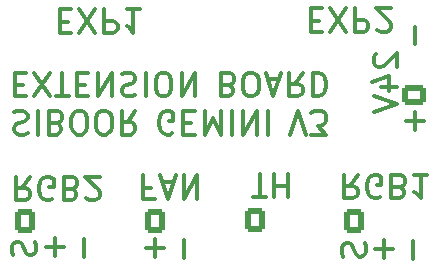
<source format=gbr>
%TF.GenerationSoftware,KiCad,Pcbnew,(7.0.0)*%
%TF.CreationDate,2023-08-10T18:16:06+02:00*%
%TF.ProjectId,SiboorVoronExt,5369626f-6f72-4566-9f72-6f6e4578742e,rev?*%
%TF.SameCoordinates,Original*%
%TF.FileFunction,Legend,Bot*%
%TF.FilePolarity,Positive*%
%FSLAX46Y46*%
G04 Gerber Fmt 4.6, Leading zero omitted, Abs format (unit mm)*
G04 Created by KiCad (PCBNEW (7.0.0)) date 2023-08-10 18:16:06*
%MOMM*%
%LPD*%
G01*
G04 APERTURE LIST*
G04 Aperture macros list*
%AMRoundRect*
0 Rectangle with rounded corners*
0 $1 Rounding radius*
0 $2 $3 $4 $5 $6 $7 $8 $9 X,Y pos of 4 corners*
0 Add a 4 corners polygon primitive as box body*
4,1,4,$2,$3,$4,$5,$6,$7,$8,$9,$2,$3,0*
0 Add four circle primitives for the rounded corners*
1,1,$1+$1,$2,$3*
1,1,$1+$1,$4,$5*
1,1,$1+$1,$6,$7*
1,1,$1+$1,$8,$9*
0 Add four rect primitives between the rounded corners*
20,1,$1+$1,$2,$3,$4,$5,0*
20,1,$1+$1,$4,$5,$6,$7,0*
20,1,$1+$1,$6,$7,$8,$9,0*
20,1,$1+$1,$8,$9,$2,$3,0*%
G04 Aperture macros list end*
%ADD10C,0.300000*%
%ADD11RoundRect,0.250000X-0.600000X-0.750000X0.600000X-0.750000X0.600000X0.750000X-0.600000X0.750000X0*%
%ADD12O,1.700000X2.000000*%
%ADD13R,1.700000X1.700000*%
%ADD14O,1.700000X1.700000*%
%ADD15RoundRect,0.250000X-0.600000X-0.725000X0.600000X-0.725000X0.600000X0.725000X-0.600000X0.725000X0*%
%ADD16O,1.700000X1.950000*%
%ADD17RoundRect,0.250000X0.750000X-0.600000X0.750000X0.600000X-0.750000X0.600000X-0.750000X-0.600000X0*%
%ADD18O,2.000000X1.700000*%
G04 APERTURE END LIST*
D10*
X32019047Y-21785238D02*
X31352380Y-22737619D01*
X30876190Y-21785238D02*
X30876190Y-23785238D01*
X30876190Y-23785238D02*
X31638095Y-23785238D01*
X31638095Y-23785238D02*
X31828571Y-23690000D01*
X31828571Y-23690000D02*
X31923809Y-23594761D01*
X31923809Y-23594761D02*
X32019047Y-23404285D01*
X32019047Y-23404285D02*
X32019047Y-23118571D01*
X32019047Y-23118571D02*
X31923809Y-22928095D01*
X31923809Y-22928095D02*
X31828571Y-22832857D01*
X31828571Y-22832857D02*
X31638095Y-22737619D01*
X31638095Y-22737619D02*
X30876190Y-22737619D01*
X33923809Y-23690000D02*
X33733333Y-23785238D01*
X33733333Y-23785238D02*
X33447619Y-23785238D01*
X33447619Y-23785238D02*
X33161904Y-23690000D01*
X33161904Y-23690000D02*
X32971428Y-23499523D01*
X32971428Y-23499523D02*
X32876190Y-23309047D01*
X32876190Y-23309047D02*
X32780952Y-22928095D01*
X32780952Y-22928095D02*
X32780952Y-22642380D01*
X32780952Y-22642380D02*
X32876190Y-22261428D01*
X32876190Y-22261428D02*
X32971428Y-22070952D01*
X32971428Y-22070952D02*
X33161904Y-21880476D01*
X33161904Y-21880476D02*
X33447619Y-21785238D01*
X33447619Y-21785238D02*
X33638095Y-21785238D01*
X33638095Y-21785238D02*
X33923809Y-21880476D01*
X33923809Y-21880476D02*
X34019047Y-21975714D01*
X34019047Y-21975714D02*
X34019047Y-22642380D01*
X34019047Y-22642380D02*
X33638095Y-22642380D01*
X35542857Y-22832857D02*
X35828571Y-22737619D01*
X35828571Y-22737619D02*
X35923809Y-22642380D01*
X35923809Y-22642380D02*
X36019047Y-22451904D01*
X36019047Y-22451904D02*
X36019047Y-22166190D01*
X36019047Y-22166190D02*
X35923809Y-21975714D01*
X35923809Y-21975714D02*
X35828571Y-21880476D01*
X35828571Y-21880476D02*
X35638095Y-21785238D01*
X35638095Y-21785238D02*
X34876190Y-21785238D01*
X34876190Y-21785238D02*
X34876190Y-23785238D01*
X34876190Y-23785238D02*
X35542857Y-23785238D01*
X35542857Y-23785238D02*
X35733333Y-23690000D01*
X35733333Y-23690000D02*
X35828571Y-23594761D01*
X35828571Y-23594761D02*
X35923809Y-23404285D01*
X35923809Y-23404285D02*
X35923809Y-23213809D01*
X35923809Y-23213809D02*
X35828571Y-23023333D01*
X35828571Y-23023333D02*
X35733333Y-22928095D01*
X35733333Y-22928095D02*
X35542857Y-22832857D01*
X35542857Y-22832857D02*
X34876190Y-22832857D01*
X37923809Y-21785238D02*
X36780952Y-21785238D01*
X37352380Y-21785238D02*
X37352380Y-23785238D01*
X37352380Y-23785238D02*
X37161904Y-23499523D01*
X37161904Y-23499523D02*
X36971428Y-23309047D01*
X36971428Y-23309047D02*
X36780952Y-23213809D01*
X28076190Y-8732857D02*
X28742857Y-8732857D01*
X29028571Y-7685238D02*
X28076190Y-7685238D01*
X28076190Y-7685238D02*
X28076190Y-9685238D01*
X28076190Y-9685238D02*
X29028571Y-9685238D01*
X29695238Y-9685238D02*
X31028571Y-7685238D01*
X31028571Y-9685238D02*
X29695238Y-7685238D01*
X31790476Y-7685238D02*
X31790476Y-9685238D01*
X31790476Y-9685238D02*
X32552381Y-9685238D01*
X32552381Y-9685238D02*
X32742857Y-9590000D01*
X32742857Y-9590000D02*
X32838095Y-9494761D01*
X32838095Y-9494761D02*
X32933333Y-9304285D01*
X32933333Y-9304285D02*
X32933333Y-9018571D01*
X32933333Y-9018571D02*
X32838095Y-8828095D01*
X32838095Y-8828095D02*
X32742857Y-8732857D01*
X32742857Y-8732857D02*
X32552381Y-8637619D01*
X32552381Y-8637619D02*
X31790476Y-8637619D01*
X33695238Y-9494761D02*
X33790476Y-9590000D01*
X33790476Y-9590000D02*
X33980952Y-9685238D01*
X33980952Y-9685238D02*
X34457143Y-9685238D01*
X34457143Y-9685238D02*
X34647619Y-9590000D01*
X34647619Y-9590000D02*
X34742857Y-9494761D01*
X34742857Y-9494761D02*
X34838095Y-9304285D01*
X34838095Y-9304285D02*
X34838095Y-9113809D01*
X34838095Y-9113809D02*
X34742857Y-8828095D01*
X34742857Y-8828095D02*
X33600000Y-7685238D01*
X33600000Y-7685238D02*
X34838095Y-7685238D01*
X36702857Y-27376190D02*
X36702857Y-28900000D01*
X34235857Y-27326190D02*
X34235857Y-28850000D01*
X34997761Y-28088095D02*
X33473952Y-28088095D01*
X6422857Y-27146190D02*
X6422857Y-28670000D01*
X7184761Y-27908095D02*
X5660952Y-27908095D01*
X23140476Y-23685238D02*
X24283333Y-23685238D01*
X23711904Y-21685238D02*
X23711904Y-23685238D01*
X24950000Y-21685238D02*
X24950000Y-23685238D01*
X24950000Y-22732857D02*
X26092857Y-22732857D01*
X26092857Y-21685238D02*
X26092857Y-23685238D01*
X36852857Y-9226190D02*
X36852857Y-10750000D01*
X14542857Y-22882857D02*
X13876190Y-22882857D01*
X13876190Y-21835238D02*
X13876190Y-23835238D01*
X13876190Y-23835238D02*
X14828571Y-23835238D01*
X15495238Y-22406666D02*
X16447619Y-22406666D01*
X15304762Y-21835238D02*
X15971428Y-23835238D01*
X15971428Y-23835238D02*
X16638095Y-21835238D01*
X17304762Y-21835238D02*
X17304762Y-23835238D01*
X17304762Y-23835238D02*
X18447619Y-21835238D01*
X18447619Y-21835238D02*
X18447619Y-23835238D01*
X36852857Y-16426190D02*
X36852857Y-17950000D01*
X37614761Y-17188095D02*
X36090952Y-17188095D01*
X2920952Y-16470476D02*
X3206666Y-16375238D01*
X3206666Y-16375238D02*
X3682857Y-16375238D01*
X3682857Y-16375238D02*
X3873333Y-16470476D01*
X3873333Y-16470476D02*
X3968571Y-16565714D01*
X3968571Y-16565714D02*
X4063809Y-16756190D01*
X4063809Y-16756190D02*
X4063809Y-16946666D01*
X4063809Y-16946666D02*
X3968571Y-17137142D01*
X3968571Y-17137142D02*
X3873333Y-17232380D01*
X3873333Y-17232380D02*
X3682857Y-17327619D01*
X3682857Y-17327619D02*
X3301904Y-17422857D01*
X3301904Y-17422857D02*
X3111428Y-17518095D01*
X3111428Y-17518095D02*
X3016190Y-17613333D01*
X3016190Y-17613333D02*
X2920952Y-17803809D01*
X2920952Y-17803809D02*
X2920952Y-17994285D01*
X2920952Y-17994285D02*
X3016190Y-18184761D01*
X3016190Y-18184761D02*
X3111428Y-18280000D01*
X3111428Y-18280000D02*
X3301904Y-18375238D01*
X3301904Y-18375238D02*
X3778095Y-18375238D01*
X3778095Y-18375238D02*
X4063809Y-18280000D01*
X4920952Y-16375238D02*
X4920952Y-18375238D01*
X6540000Y-17422857D02*
X6825714Y-17327619D01*
X6825714Y-17327619D02*
X6920952Y-17232380D01*
X6920952Y-17232380D02*
X7016190Y-17041904D01*
X7016190Y-17041904D02*
X7016190Y-16756190D01*
X7016190Y-16756190D02*
X6920952Y-16565714D01*
X6920952Y-16565714D02*
X6825714Y-16470476D01*
X6825714Y-16470476D02*
X6635238Y-16375238D01*
X6635238Y-16375238D02*
X5873333Y-16375238D01*
X5873333Y-16375238D02*
X5873333Y-18375238D01*
X5873333Y-18375238D02*
X6540000Y-18375238D01*
X6540000Y-18375238D02*
X6730476Y-18280000D01*
X6730476Y-18280000D02*
X6825714Y-18184761D01*
X6825714Y-18184761D02*
X6920952Y-17994285D01*
X6920952Y-17994285D02*
X6920952Y-17803809D01*
X6920952Y-17803809D02*
X6825714Y-17613333D01*
X6825714Y-17613333D02*
X6730476Y-17518095D01*
X6730476Y-17518095D02*
X6540000Y-17422857D01*
X6540000Y-17422857D02*
X5873333Y-17422857D01*
X8254285Y-18375238D02*
X8635238Y-18375238D01*
X8635238Y-18375238D02*
X8825714Y-18280000D01*
X8825714Y-18280000D02*
X9016190Y-18089523D01*
X9016190Y-18089523D02*
X9111428Y-17708571D01*
X9111428Y-17708571D02*
X9111428Y-17041904D01*
X9111428Y-17041904D02*
X9016190Y-16660952D01*
X9016190Y-16660952D02*
X8825714Y-16470476D01*
X8825714Y-16470476D02*
X8635238Y-16375238D01*
X8635238Y-16375238D02*
X8254285Y-16375238D01*
X8254285Y-16375238D02*
X8063809Y-16470476D01*
X8063809Y-16470476D02*
X7873333Y-16660952D01*
X7873333Y-16660952D02*
X7778095Y-17041904D01*
X7778095Y-17041904D02*
X7778095Y-17708571D01*
X7778095Y-17708571D02*
X7873333Y-18089523D01*
X7873333Y-18089523D02*
X8063809Y-18280000D01*
X8063809Y-18280000D02*
X8254285Y-18375238D01*
X10349523Y-18375238D02*
X10730476Y-18375238D01*
X10730476Y-18375238D02*
X10920952Y-18280000D01*
X10920952Y-18280000D02*
X11111428Y-18089523D01*
X11111428Y-18089523D02*
X11206666Y-17708571D01*
X11206666Y-17708571D02*
X11206666Y-17041904D01*
X11206666Y-17041904D02*
X11111428Y-16660952D01*
X11111428Y-16660952D02*
X10920952Y-16470476D01*
X10920952Y-16470476D02*
X10730476Y-16375238D01*
X10730476Y-16375238D02*
X10349523Y-16375238D01*
X10349523Y-16375238D02*
X10159047Y-16470476D01*
X10159047Y-16470476D02*
X9968571Y-16660952D01*
X9968571Y-16660952D02*
X9873333Y-17041904D01*
X9873333Y-17041904D02*
X9873333Y-17708571D01*
X9873333Y-17708571D02*
X9968571Y-18089523D01*
X9968571Y-18089523D02*
X10159047Y-18280000D01*
X10159047Y-18280000D02*
X10349523Y-18375238D01*
X13206666Y-16375238D02*
X12539999Y-17327619D01*
X12063809Y-16375238D02*
X12063809Y-18375238D01*
X12063809Y-18375238D02*
X12825714Y-18375238D01*
X12825714Y-18375238D02*
X13016190Y-18280000D01*
X13016190Y-18280000D02*
X13111428Y-18184761D01*
X13111428Y-18184761D02*
X13206666Y-17994285D01*
X13206666Y-17994285D02*
X13206666Y-17708571D01*
X13206666Y-17708571D02*
X13111428Y-17518095D01*
X13111428Y-17518095D02*
X13016190Y-17422857D01*
X13016190Y-17422857D02*
X12825714Y-17327619D01*
X12825714Y-17327619D02*
X12063809Y-17327619D01*
X16311428Y-18280000D02*
X16120952Y-18375238D01*
X16120952Y-18375238D02*
X15835238Y-18375238D01*
X15835238Y-18375238D02*
X15549523Y-18280000D01*
X15549523Y-18280000D02*
X15359047Y-18089523D01*
X15359047Y-18089523D02*
X15263809Y-17899047D01*
X15263809Y-17899047D02*
X15168571Y-17518095D01*
X15168571Y-17518095D02*
X15168571Y-17232380D01*
X15168571Y-17232380D02*
X15263809Y-16851428D01*
X15263809Y-16851428D02*
X15359047Y-16660952D01*
X15359047Y-16660952D02*
X15549523Y-16470476D01*
X15549523Y-16470476D02*
X15835238Y-16375238D01*
X15835238Y-16375238D02*
X16025714Y-16375238D01*
X16025714Y-16375238D02*
X16311428Y-16470476D01*
X16311428Y-16470476D02*
X16406666Y-16565714D01*
X16406666Y-16565714D02*
X16406666Y-17232380D01*
X16406666Y-17232380D02*
X16025714Y-17232380D01*
X17263809Y-17422857D02*
X17930476Y-17422857D01*
X18216190Y-16375238D02*
X17263809Y-16375238D01*
X17263809Y-16375238D02*
X17263809Y-18375238D01*
X17263809Y-18375238D02*
X18216190Y-18375238D01*
X19073333Y-16375238D02*
X19073333Y-18375238D01*
X19073333Y-18375238D02*
X19740000Y-16946666D01*
X19740000Y-16946666D02*
X20406666Y-18375238D01*
X20406666Y-18375238D02*
X20406666Y-16375238D01*
X21359047Y-16375238D02*
X21359047Y-18375238D01*
X22311428Y-16375238D02*
X22311428Y-18375238D01*
X22311428Y-18375238D02*
X23454285Y-16375238D01*
X23454285Y-16375238D02*
X23454285Y-18375238D01*
X24406666Y-16375238D02*
X24406666Y-18375238D01*
X26273333Y-18375238D02*
X26939999Y-16375238D01*
X26939999Y-16375238D02*
X27606666Y-18375238D01*
X28082857Y-18375238D02*
X29320952Y-18375238D01*
X29320952Y-18375238D02*
X28654285Y-17613333D01*
X28654285Y-17613333D02*
X28940000Y-17613333D01*
X28940000Y-17613333D02*
X29130476Y-17518095D01*
X29130476Y-17518095D02*
X29225714Y-17422857D01*
X29225714Y-17422857D02*
X29320952Y-17232380D01*
X29320952Y-17232380D02*
X29320952Y-16756190D01*
X29320952Y-16756190D02*
X29225714Y-16565714D01*
X29225714Y-16565714D02*
X29130476Y-16470476D01*
X29130476Y-16470476D02*
X28940000Y-16375238D01*
X28940000Y-16375238D02*
X28368571Y-16375238D01*
X28368571Y-16375238D02*
X28178095Y-16470476D01*
X28178095Y-16470476D02*
X28082857Y-16565714D01*
X3016190Y-14182857D02*
X3682857Y-14182857D01*
X3968571Y-13135238D02*
X3016190Y-13135238D01*
X3016190Y-13135238D02*
X3016190Y-15135238D01*
X3016190Y-15135238D02*
X3968571Y-15135238D01*
X4635238Y-15135238D02*
X5968571Y-13135238D01*
X5968571Y-15135238D02*
X4635238Y-13135238D01*
X6444762Y-15135238D02*
X7587619Y-15135238D01*
X7016190Y-13135238D02*
X7016190Y-15135238D01*
X8254286Y-14182857D02*
X8920953Y-14182857D01*
X9206667Y-13135238D02*
X8254286Y-13135238D01*
X8254286Y-13135238D02*
X8254286Y-15135238D01*
X8254286Y-15135238D02*
X9206667Y-15135238D01*
X10063810Y-13135238D02*
X10063810Y-15135238D01*
X10063810Y-15135238D02*
X11206667Y-13135238D01*
X11206667Y-13135238D02*
X11206667Y-15135238D01*
X12063810Y-13230476D02*
X12349524Y-13135238D01*
X12349524Y-13135238D02*
X12825715Y-13135238D01*
X12825715Y-13135238D02*
X13016191Y-13230476D01*
X13016191Y-13230476D02*
X13111429Y-13325714D01*
X13111429Y-13325714D02*
X13206667Y-13516190D01*
X13206667Y-13516190D02*
X13206667Y-13706666D01*
X13206667Y-13706666D02*
X13111429Y-13897142D01*
X13111429Y-13897142D02*
X13016191Y-13992380D01*
X13016191Y-13992380D02*
X12825715Y-14087619D01*
X12825715Y-14087619D02*
X12444762Y-14182857D01*
X12444762Y-14182857D02*
X12254286Y-14278095D01*
X12254286Y-14278095D02*
X12159048Y-14373333D01*
X12159048Y-14373333D02*
X12063810Y-14563809D01*
X12063810Y-14563809D02*
X12063810Y-14754285D01*
X12063810Y-14754285D02*
X12159048Y-14944761D01*
X12159048Y-14944761D02*
X12254286Y-15040000D01*
X12254286Y-15040000D02*
X12444762Y-15135238D01*
X12444762Y-15135238D02*
X12920953Y-15135238D01*
X12920953Y-15135238D02*
X13206667Y-15040000D01*
X14063810Y-13135238D02*
X14063810Y-15135238D01*
X15397143Y-15135238D02*
X15778096Y-15135238D01*
X15778096Y-15135238D02*
X15968572Y-15040000D01*
X15968572Y-15040000D02*
X16159048Y-14849523D01*
X16159048Y-14849523D02*
X16254286Y-14468571D01*
X16254286Y-14468571D02*
X16254286Y-13801904D01*
X16254286Y-13801904D02*
X16159048Y-13420952D01*
X16159048Y-13420952D02*
X15968572Y-13230476D01*
X15968572Y-13230476D02*
X15778096Y-13135238D01*
X15778096Y-13135238D02*
X15397143Y-13135238D01*
X15397143Y-13135238D02*
X15206667Y-13230476D01*
X15206667Y-13230476D02*
X15016191Y-13420952D01*
X15016191Y-13420952D02*
X14920953Y-13801904D01*
X14920953Y-13801904D02*
X14920953Y-14468571D01*
X14920953Y-14468571D02*
X15016191Y-14849523D01*
X15016191Y-14849523D02*
X15206667Y-15040000D01*
X15206667Y-15040000D02*
X15397143Y-15135238D01*
X17111429Y-13135238D02*
X17111429Y-15135238D01*
X17111429Y-15135238D02*
X18254286Y-13135238D01*
X18254286Y-13135238D02*
X18254286Y-15135238D01*
X21073334Y-14182857D02*
X21359048Y-14087619D01*
X21359048Y-14087619D02*
X21454286Y-13992380D01*
X21454286Y-13992380D02*
X21549524Y-13801904D01*
X21549524Y-13801904D02*
X21549524Y-13516190D01*
X21549524Y-13516190D02*
X21454286Y-13325714D01*
X21454286Y-13325714D02*
X21359048Y-13230476D01*
X21359048Y-13230476D02*
X21168572Y-13135238D01*
X21168572Y-13135238D02*
X20406667Y-13135238D01*
X20406667Y-13135238D02*
X20406667Y-15135238D01*
X20406667Y-15135238D02*
X21073334Y-15135238D01*
X21073334Y-15135238D02*
X21263810Y-15040000D01*
X21263810Y-15040000D02*
X21359048Y-14944761D01*
X21359048Y-14944761D02*
X21454286Y-14754285D01*
X21454286Y-14754285D02*
X21454286Y-14563809D01*
X21454286Y-14563809D02*
X21359048Y-14373333D01*
X21359048Y-14373333D02*
X21263810Y-14278095D01*
X21263810Y-14278095D02*
X21073334Y-14182857D01*
X21073334Y-14182857D02*
X20406667Y-14182857D01*
X22787619Y-15135238D02*
X23168572Y-15135238D01*
X23168572Y-15135238D02*
X23359048Y-15040000D01*
X23359048Y-15040000D02*
X23549524Y-14849523D01*
X23549524Y-14849523D02*
X23644762Y-14468571D01*
X23644762Y-14468571D02*
X23644762Y-13801904D01*
X23644762Y-13801904D02*
X23549524Y-13420952D01*
X23549524Y-13420952D02*
X23359048Y-13230476D01*
X23359048Y-13230476D02*
X23168572Y-13135238D01*
X23168572Y-13135238D02*
X22787619Y-13135238D01*
X22787619Y-13135238D02*
X22597143Y-13230476D01*
X22597143Y-13230476D02*
X22406667Y-13420952D01*
X22406667Y-13420952D02*
X22311429Y-13801904D01*
X22311429Y-13801904D02*
X22311429Y-14468571D01*
X22311429Y-14468571D02*
X22406667Y-14849523D01*
X22406667Y-14849523D02*
X22597143Y-15040000D01*
X22597143Y-15040000D02*
X22787619Y-15135238D01*
X24406667Y-13706666D02*
X25359048Y-13706666D01*
X24216191Y-13135238D02*
X24882857Y-15135238D01*
X24882857Y-15135238D02*
X25549524Y-13135238D01*
X27359048Y-13135238D02*
X26692381Y-14087619D01*
X26216191Y-13135238D02*
X26216191Y-15135238D01*
X26216191Y-15135238D02*
X26978096Y-15135238D01*
X26978096Y-15135238D02*
X27168572Y-15040000D01*
X27168572Y-15040000D02*
X27263810Y-14944761D01*
X27263810Y-14944761D02*
X27359048Y-14754285D01*
X27359048Y-14754285D02*
X27359048Y-14468571D01*
X27359048Y-14468571D02*
X27263810Y-14278095D01*
X27263810Y-14278095D02*
X27168572Y-14182857D01*
X27168572Y-14182857D02*
X26978096Y-14087619D01*
X26978096Y-14087619D02*
X26216191Y-14087619D01*
X28216191Y-13135238D02*
X28216191Y-15135238D01*
X28216191Y-15135238D02*
X28692381Y-15135238D01*
X28692381Y-15135238D02*
X28978096Y-15040000D01*
X28978096Y-15040000D02*
X29168572Y-14849523D01*
X29168572Y-14849523D02*
X29263810Y-14659047D01*
X29263810Y-14659047D02*
X29359048Y-14278095D01*
X29359048Y-14278095D02*
X29359048Y-13992380D01*
X29359048Y-13992380D02*
X29263810Y-13611428D01*
X29263810Y-13611428D02*
X29168572Y-13420952D01*
X29168572Y-13420952D02*
X28978096Y-13230476D01*
X28978096Y-13230476D02*
X28692381Y-13135238D01*
X28692381Y-13135238D02*
X28216191Y-13135238D01*
X33555238Y-11530952D02*
X33460000Y-11626190D01*
X33460000Y-11626190D02*
X33364761Y-11816666D01*
X33364761Y-11816666D02*
X33364761Y-12292857D01*
X33364761Y-12292857D02*
X33460000Y-12483333D01*
X33460000Y-12483333D02*
X33555238Y-12578571D01*
X33555238Y-12578571D02*
X33745714Y-12673809D01*
X33745714Y-12673809D02*
X33936190Y-12673809D01*
X33936190Y-12673809D02*
X34221904Y-12578571D01*
X34221904Y-12578571D02*
X35364761Y-11435714D01*
X35364761Y-11435714D02*
X35364761Y-12673809D01*
X34031428Y-14388095D02*
X35364761Y-14388095D01*
X33269523Y-13911904D02*
X34698095Y-13435714D01*
X34698095Y-13435714D02*
X34698095Y-14673809D01*
X33364761Y-15150000D02*
X35364761Y-15816666D01*
X35364761Y-15816666D02*
X33364761Y-16483333D01*
X17352857Y-27276190D02*
X17352857Y-28800000D01*
X4676523Y-27431952D02*
X4771761Y-27717666D01*
X4771761Y-27717666D02*
X4771761Y-28193857D01*
X4771761Y-28193857D02*
X4676523Y-28384333D01*
X4676523Y-28384333D02*
X4581285Y-28479571D01*
X4581285Y-28479571D02*
X4390809Y-28574809D01*
X4390809Y-28574809D02*
X4200333Y-28574809D01*
X4200333Y-28574809D02*
X4009857Y-28479571D01*
X4009857Y-28479571D02*
X3914619Y-28384333D01*
X3914619Y-28384333D02*
X3819380Y-28193857D01*
X3819380Y-28193857D02*
X3724142Y-27812904D01*
X3724142Y-27812904D02*
X3628904Y-27622428D01*
X3628904Y-27622428D02*
X3533666Y-27527190D01*
X3533666Y-27527190D02*
X3343190Y-27431952D01*
X3343190Y-27431952D02*
X3152714Y-27431952D01*
X3152714Y-27431952D02*
X2962238Y-27527190D01*
X2962238Y-27527190D02*
X2867000Y-27622428D01*
X2867000Y-27622428D02*
X2771761Y-27812904D01*
X2771761Y-27812904D02*
X2771761Y-28289095D01*
X2771761Y-28289095D02*
X2867000Y-28574809D01*
X6826190Y-8832857D02*
X7492857Y-8832857D01*
X7778571Y-7785238D02*
X6826190Y-7785238D01*
X6826190Y-7785238D02*
X6826190Y-9785238D01*
X6826190Y-9785238D02*
X7778571Y-9785238D01*
X8445238Y-9785238D02*
X9778571Y-7785238D01*
X9778571Y-9785238D02*
X8445238Y-7785238D01*
X10540476Y-7785238D02*
X10540476Y-9785238D01*
X10540476Y-9785238D02*
X11302381Y-9785238D01*
X11302381Y-9785238D02*
X11492857Y-9690000D01*
X11492857Y-9690000D02*
X11588095Y-9594761D01*
X11588095Y-9594761D02*
X11683333Y-9404285D01*
X11683333Y-9404285D02*
X11683333Y-9118571D01*
X11683333Y-9118571D02*
X11588095Y-8928095D01*
X11588095Y-8928095D02*
X11492857Y-8832857D01*
X11492857Y-8832857D02*
X11302381Y-8737619D01*
X11302381Y-8737619D02*
X10540476Y-8737619D01*
X13588095Y-7785238D02*
X12445238Y-7785238D01*
X13016666Y-7785238D02*
X13016666Y-9785238D01*
X13016666Y-9785238D02*
X12826190Y-9499523D01*
X12826190Y-9499523D02*
X12635714Y-9309047D01*
X12635714Y-9309047D02*
X12445238Y-9213809D01*
X14852857Y-27176190D02*
X14852857Y-28700000D01*
X15614761Y-27938095D02*
X14090952Y-27938095D01*
X32616523Y-27558952D02*
X32711761Y-27844666D01*
X32711761Y-27844666D02*
X32711761Y-28320857D01*
X32711761Y-28320857D02*
X32616523Y-28511333D01*
X32616523Y-28511333D02*
X32521285Y-28606571D01*
X32521285Y-28606571D02*
X32330809Y-28701809D01*
X32330809Y-28701809D02*
X32140333Y-28701809D01*
X32140333Y-28701809D02*
X31949857Y-28606571D01*
X31949857Y-28606571D02*
X31854619Y-28511333D01*
X31854619Y-28511333D02*
X31759380Y-28320857D01*
X31759380Y-28320857D02*
X31664142Y-27939904D01*
X31664142Y-27939904D02*
X31568904Y-27749428D01*
X31568904Y-27749428D02*
X31473666Y-27654190D01*
X31473666Y-27654190D02*
X31283190Y-27558952D01*
X31283190Y-27558952D02*
X31092714Y-27558952D01*
X31092714Y-27558952D02*
X30902238Y-27654190D01*
X30902238Y-27654190D02*
X30807000Y-27749428D01*
X30807000Y-27749428D02*
X30711761Y-27939904D01*
X30711761Y-27939904D02*
X30711761Y-28416095D01*
X30711761Y-28416095D02*
X30807000Y-28701809D01*
X8852857Y-27226190D02*
X8852857Y-28750000D01*
X4269047Y-21935238D02*
X3602380Y-22887619D01*
X3126190Y-21935238D02*
X3126190Y-23935238D01*
X3126190Y-23935238D02*
X3888095Y-23935238D01*
X3888095Y-23935238D02*
X4078571Y-23840000D01*
X4078571Y-23840000D02*
X4173809Y-23744761D01*
X4173809Y-23744761D02*
X4269047Y-23554285D01*
X4269047Y-23554285D02*
X4269047Y-23268571D01*
X4269047Y-23268571D02*
X4173809Y-23078095D01*
X4173809Y-23078095D02*
X4078571Y-22982857D01*
X4078571Y-22982857D02*
X3888095Y-22887619D01*
X3888095Y-22887619D02*
X3126190Y-22887619D01*
X6173809Y-23840000D02*
X5983333Y-23935238D01*
X5983333Y-23935238D02*
X5697619Y-23935238D01*
X5697619Y-23935238D02*
X5411904Y-23840000D01*
X5411904Y-23840000D02*
X5221428Y-23649523D01*
X5221428Y-23649523D02*
X5126190Y-23459047D01*
X5126190Y-23459047D02*
X5030952Y-23078095D01*
X5030952Y-23078095D02*
X5030952Y-22792380D01*
X5030952Y-22792380D02*
X5126190Y-22411428D01*
X5126190Y-22411428D02*
X5221428Y-22220952D01*
X5221428Y-22220952D02*
X5411904Y-22030476D01*
X5411904Y-22030476D02*
X5697619Y-21935238D01*
X5697619Y-21935238D02*
X5888095Y-21935238D01*
X5888095Y-21935238D02*
X6173809Y-22030476D01*
X6173809Y-22030476D02*
X6269047Y-22125714D01*
X6269047Y-22125714D02*
X6269047Y-22792380D01*
X6269047Y-22792380D02*
X5888095Y-22792380D01*
X7792857Y-22982857D02*
X8078571Y-22887619D01*
X8078571Y-22887619D02*
X8173809Y-22792380D01*
X8173809Y-22792380D02*
X8269047Y-22601904D01*
X8269047Y-22601904D02*
X8269047Y-22316190D01*
X8269047Y-22316190D02*
X8173809Y-22125714D01*
X8173809Y-22125714D02*
X8078571Y-22030476D01*
X8078571Y-22030476D02*
X7888095Y-21935238D01*
X7888095Y-21935238D02*
X7126190Y-21935238D01*
X7126190Y-21935238D02*
X7126190Y-23935238D01*
X7126190Y-23935238D02*
X7792857Y-23935238D01*
X7792857Y-23935238D02*
X7983333Y-23840000D01*
X7983333Y-23840000D02*
X8078571Y-23744761D01*
X8078571Y-23744761D02*
X8173809Y-23554285D01*
X8173809Y-23554285D02*
X8173809Y-23363809D01*
X8173809Y-23363809D02*
X8078571Y-23173333D01*
X8078571Y-23173333D02*
X7983333Y-23078095D01*
X7983333Y-23078095D02*
X7792857Y-22982857D01*
X7792857Y-22982857D02*
X7126190Y-22982857D01*
X9030952Y-23744761D02*
X9126190Y-23840000D01*
X9126190Y-23840000D02*
X9316666Y-23935238D01*
X9316666Y-23935238D02*
X9792857Y-23935238D01*
X9792857Y-23935238D02*
X9983333Y-23840000D01*
X9983333Y-23840000D02*
X10078571Y-23744761D01*
X10078571Y-23744761D02*
X10173809Y-23554285D01*
X10173809Y-23554285D02*
X10173809Y-23363809D01*
X10173809Y-23363809D02*
X10078571Y-23078095D01*
X10078571Y-23078095D02*
X8935714Y-21935238D01*
X8935714Y-21935238D02*
X10173809Y-21935238D01*
%LPC*%
D11*
%TO.C,FAN1*%
X14850000Y-25675000D03*
D12*
X17349999Y-25674999D03*
%TD*%
D13*
%TO.C,EXP1*%
X15174999Y-3324999D03*
D14*
X15174999Y-5864999D03*
X12634999Y-3324999D03*
X12634999Y-5864999D03*
X10094999Y-3324999D03*
X10094999Y-5864999D03*
X7554999Y-3324999D03*
X7554999Y-5864999D03*
X5014999Y-3324999D03*
X5014999Y-5864999D03*
%TD*%
D13*
%TO.C,EXP2*%
X35699999Y-3299999D03*
D14*
X35699999Y-5839999D03*
X33159999Y-3299999D03*
X33159999Y-5839999D03*
X30619999Y-3299999D03*
X30619999Y-5839999D03*
X28079999Y-3299999D03*
X28079999Y-5839999D03*
X25539999Y-3299999D03*
X25539999Y-5839999D03*
%TD*%
D15*
%TO.C,RGB2*%
X3886400Y-25675000D03*
D16*
X6386399Y-25674999D03*
X8886399Y-25674999D03*
%TD*%
D15*
%TO.C,RGB1*%
X31746400Y-25675000D03*
D16*
X34246399Y-25674999D03*
X36746399Y-25674999D03*
%TD*%
D17*
%TO.C,24V1*%
X36825000Y-15000000D03*
D18*
X36824999Y-12499999D03*
%TD*%
D11*
%TO.C,TH1*%
X23300000Y-25650000D03*
D12*
X25799999Y-25649999D03*
%TD*%
M02*

</source>
